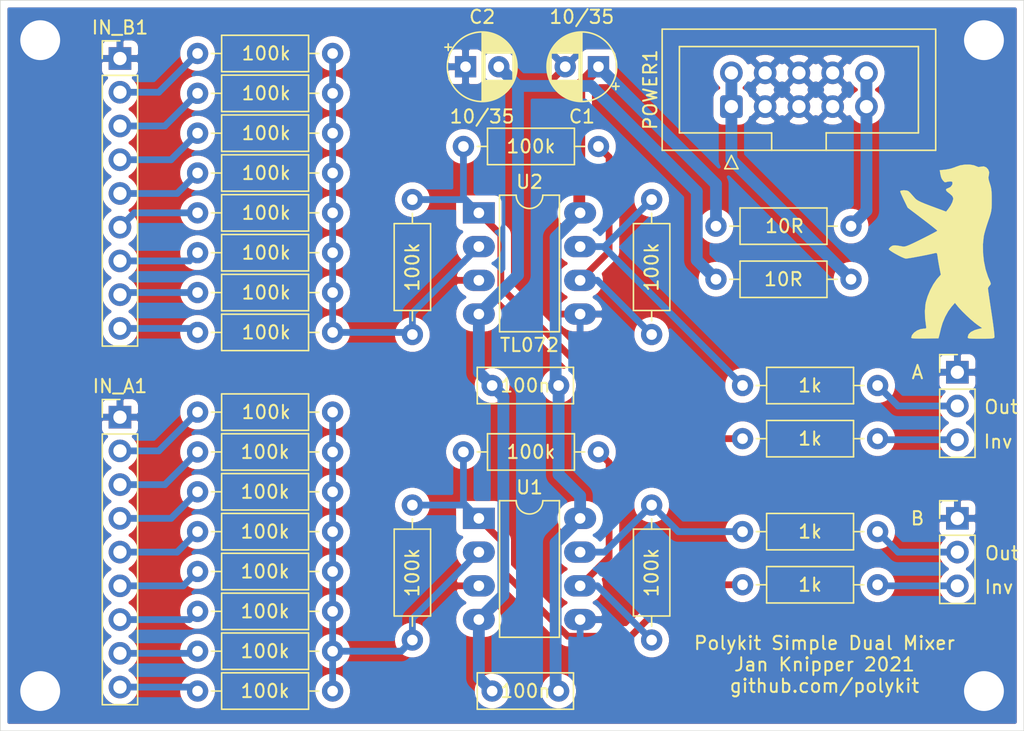
<source format=kicad_pcb>
(kicad_pcb (version 20171130) (host pcbnew 5.1.8-db9833491~88~ubuntu16.04.1)
  (layers (0 F.Cu signal) (31 B.Cu signal) (34 B.Paste user) (35 F.Paste user) (36 B.SilkS user) (37 F.SilkS user) (38 B.Mask user) (39 F.Mask user) (44 Edge.Cuts user))
  (net 0 "")
  (net 1 GND)
  (net 2 "Net-(R1-Pad1)")
  (net 3 "Net-(R10-Pad1)")
  (net 4 "Net-(R19-Pad1)")
  (net 5 "Net-(R20-Pad1)")
  (net 6 "Net-(R21-Pad1)")
  (net 7 "Net-(R22-Pad1)")
  (net 8 +12V)
  (net 9 "Net-(FB1-Pad1)")
  (net 10 -12V)
  (net 11 "Net-(FB2-Pad1)")
  (net 12 INVERTED2)
  (net 13 INVERTED1)
  (net 14 "Net-(IN_A1-Pad9)")
  (net 15 "Net-(IN_A1-Pad8)")
  (net 16 "Net-(IN_A1-Pad7)")
  (net 17 "Net-(IN_A1-Pad6)")
  (net 18 "Net-(IN_A1-Pad5)")
  (net 19 "Net-(IN_A1-Pad4)")
  (net 20 "Net-(IN_A1-Pad3)")
  (net 21 "Net-(IN_A1-Pad2)")
  (net 22 "Net-(IN_B1-Pad9)")
  (net 23 "Net-(IN_B1-Pad8)")
  (net 24 "Net-(IN_B1-Pad7)")
  (net 25 "Net-(IN_B1-Pad6)")
  (net 26 "Net-(IN_B1-Pad5)")
  (net 27 "Net-(IN_B1-Pad4)")
  (net 28 "Net-(IN_B1-Pad3)")
  (net 29 "Net-(IN_B1-Pad2)")
  (net 30 "Net-(OUT_A1-Pad3)")
  (net 31 "Net-(OUT_A1-Pad2)")
  (net 32 "Net-(OUT_B1-Pad3)")
  (net 33 "Net-(OUT_B1-Pad2)")
  (module synth:bär (layer F.Cu) (at 154 74)
    (fp_text reference G*** hide)
    (fp_text value LOGO hide)
  )
  (module Package_DIP:DIP-8_W7.62mm_LongPads (layer F.Cu) (at 119 71)
    (fp_text reference U2 (at 3.81 -2.33) (layer F.SilkS))
    (fp_text value TL072 (at 3.81 9.95) (layer F.SilkS))
    (pad 8 thru_hole oval (at 7.62 0) (size 2.4 1.6) (drill 0.8) (layers *.Cu *.Mask) (net 8 +12V))
    (pad 4 thru_hole oval (at 0 7.62) (size 2.4 1.6) (drill 0.8) (layers *.Cu *.Mask) (net 10 -12V))
    (pad 7 thru_hole oval (at 7.62 2.54) (size 2.4 1.6) (drill 0.8) (layers *.Cu *.Mask) (net 6 "Net-(R21-Pad1)"))
    (pad 3 thru_hole oval (at 0 5.08) (size 2.4 1.6) (drill 0.8) (layers *.Cu *.Mask) (net 1 GND))
    (pad 6 thru_hole oval (at 7.62 5.08) (size 2.4 1.6) (drill 0.8) (layers *.Cu *.Mask) (net 4 "Net-(R19-Pad1)"))
    (pad 2 thru_hole oval (at 0 2.54) (size 2.4 1.6) (drill 0.8) (layers *.Cu *.Mask) (net 2 "Net-(R1-Pad1)"))
    (pad 5 thru_hole oval (at 7.62 7.62) (size 2.4 1.6) (drill 0.8) (layers *.Cu *.Mask) (net 1 GND))
    (pad 1 thru_hole rect (at 0 0) (size 2.4 1.6) (drill 0.8) (layers *.Cu *.Mask) (net 12 INVERTED2))
  )
  (module Capacitor_THT:C_Rect_L7.0mm_W2.5mm_P5.00mm (layer F.Cu) (at 125 84 180)
    (fp_text reference C4 hide)
    (fp_text value 100n (at 2.5 0) (layer F.SilkS))
    (pad 2 thru_hole circle (at 5 0 180) (size 1.6 1.6) (drill 0.8) (layers *.Cu *.Mask) (net 10 -12V))
    (pad 1 thru_hole circle (at 0 0 180) (size 1.6 1.6) (drill 0.8) (layers *.Cu *.Mask) (net 8 +12V))
  )
  (module Capacitor_THT:C_Rect_L7.0mm_W2.5mm_P5.00mm (layer F.Cu) (at 125 107 180)
    (fp_text reference C3 hide)
    (fp_text value 100n (at 2.5 0) (layer F.SilkS))
    (pad 2 thru_hole circle (at 5 0 180) (size 1.6 1.6) (drill 0.8) (layers *.Cu *.Mask) (net 10 -12V))
    (pad 1 thru_hole circle (at 0 0 180) (size 1.6 1.6) (drill 0.8) (layers *.Cu *.Mask) (net 8 +12V))
  )
  (module Capacitor_THT:CP_Radial_D5.0mm_P2.50mm (layer F.Cu) (at 118 60)
    (fp_text reference C2 (at 1.25 -3.75) (layer F.SilkS))
    (fp_text value 10/35 (at 1.25 3.75) (layer F.SilkS))
    (pad 2 thru_hole circle (at 2.5 0) (size 1.6 1.6) (drill 0.8) (layers *.Cu *.Mask) (net 10 -12V))
    (pad 1 thru_hole rect (at 0 0) (size 1.6 1.6) (drill 0.8) (layers *.Cu *.Mask) (net 1 GND))
  )
  (module Capacitor_THT:CP_Radial_D5.0mm_P2.50mm (layer F.Cu) (at 128 60 180)
    (fp_text reference C1 (at 1.25 -3.75) (layer F.SilkS))
    (fp_text value 10/35 (at 1.25 3.75) (layer F.SilkS))
    (pad 2 thru_hole circle (at 2.5 0 180) (size 1.6 1.6) (drill 0.8) (layers *.Cu *.Mask) (net 1 GND))
    (pad 1 thru_hole rect (at 0 0 180) (size 1.6 1.6) (drill 0.8) (layers *.Cu *.Mask) (net 8 +12V))
  )
  (module Resistor_THT:R_Axial_DIN0207_L6.3mm_D2.5mm_P10.16mm_Horizontal (layer F.Cu) (at 147 76 180)
    (fp_text reference FB2 hide)
    (fp_text value 10R (at 5.08 0) (layer F.SilkS))
    (pad 2 thru_hole oval (at 10.16 0 180) (size 1.6 1.6) (drill 0.8) (layers *.Cu *.Mask) (net 10 -12V))
    (pad 1 thru_hole circle (at 0 0 180) (size 1.6 1.6) (drill 0.8) (layers *.Cu *.Mask) (net 11 "Net-(FB2-Pad1)"))
  )
  (module Resistor_THT:R_Axial_DIN0207_L6.3mm_D2.5mm_P10.16mm_Horizontal (layer F.Cu) (at 147 72 180)
    (fp_text reference FB1 hide)
    (fp_text value 10R (at 5 0) (layer F.SilkS))
    (pad 2 thru_hole oval (at 10.16 0 180) (size 1.6 1.6) (drill 0.8) (layers *.Cu *.Mask) (net 8 +12V))
    (pad 1 thru_hole circle (at 0 0 180) (size 1.6 1.6) (drill 0.8) (layers *.Cu *.Mask) (net 9 "Net-(FB1-Pad1)"))
  )
  (module Connector_PinHeader_2.54mm:PinHeader_1x03_P2.54mm_Vertical (layer F.Cu) (at 155 94)
    (fp_text reference OUT_A1 hide)
    (fp_text value Conn_01x03 hide)
    (pad 3 thru_hole oval (at 0 5.08) (size 1.7 1.7) (drill 1) (layers *.Cu *.Mask) (net 30 "Net-(OUT_A1-Pad3)"))
    (pad 2 thru_hole oval (at 0 2.54) (size 1.7 1.7) (drill 1) (layers *.Cu *.Mask) (net 31 "Net-(OUT_A1-Pad2)"))
    (pad 1 thru_hole rect (at 0 0) (size 1.7 1.7) (drill 1) (layers *.Cu *.Mask) (net 1 GND))
  )
  (module Connector_PinHeader_2.54mm:PinHeader_1x03_P2.54mm_Vertical (layer F.Cu) (at 155 83)
    (fp_text reference OUT_B1 hide)
    (fp_text value Conn_01x03 hide)
    (pad 3 thru_hole oval (at 0 5.08) (size 1.7 1.7) (drill 1) (layers *.Cu *.Mask) (net 32 "Net-(OUT_B1-Pad3)"))
    (pad 2 thru_hole oval (at 0 2.54) (size 1.7 1.7) (drill 1) (layers *.Cu *.Mask) (net 33 "Net-(OUT_B1-Pad2)"))
    (pad 1 thru_hole rect (at 0 0) (size 1.7 1.7) (drill 1) (layers *.Cu *.Mask) (net 1 GND))
  )
  (module Connector_PinHeader_2.54mm:PinHeader_1x09_P2.54mm_Vertical (layer F.Cu) (at 92 86.38)
    (fp_text reference IN_A1 (at 0 -2.33) (layer F.SilkS))
    (fp_text value Conn_01x09 hide)
    (pad 9 thru_hole oval (at 0 20.32) (size 1.7 1.7) (drill 1) (layers *.Cu *.Mask) (net 14 "Net-(IN_A1-Pad9)"))
    (pad 8 thru_hole oval (at 0 17.78) (size 1.7 1.7) (drill 1) (layers *.Cu *.Mask) (net 15 "Net-(IN_A1-Pad8)"))
    (pad 7 thru_hole oval (at 0 15.24) (size 1.7 1.7) (drill 1) (layers *.Cu *.Mask) (net 16 "Net-(IN_A1-Pad7)"))
    (pad 6 thru_hole oval (at 0 12.7) (size 1.7 1.7) (drill 1) (layers *.Cu *.Mask) (net 17 "Net-(IN_A1-Pad6)"))
    (pad 5 thru_hole oval (at 0 10.16) (size 1.7 1.7) (drill 1) (layers *.Cu *.Mask) (net 18 "Net-(IN_A1-Pad5)"))
    (pad 4 thru_hole oval (at 0 7.62) (size 1.7 1.7) (drill 1) (layers *.Cu *.Mask) (net 19 "Net-(IN_A1-Pad4)"))
    (pad 3 thru_hole oval (at 0 5.08) (size 1.7 1.7) (drill 1) (layers *.Cu *.Mask) (net 20 "Net-(IN_A1-Pad3)"))
    (pad 2 thru_hole oval (at 0 2.54) (size 1.7 1.7) (drill 1) (layers *.Cu *.Mask) (net 21 "Net-(IN_A1-Pad2)"))
    (pad 1 thru_hole rect (at 0 0) (size 1.7 1.7) (drill 1) (layers *.Cu *.Mask) (net 1 GND))
  )
  (module Connector_PinHeader_2.54mm:PinHeader_1x09_P2.54mm_Vertical (layer F.Cu) (at 92 59.38)
    (fp_text reference IN_B1 (at 0 -2.33) (layer F.SilkS))
    (fp_text value Conn_01x09 hide)
    (pad 9 thru_hole oval (at 0 20.32) (size 1.7 1.7) (drill 1) (layers *.Cu *.Mask) (net 22 "Net-(IN_B1-Pad9)"))
    (pad 8 thru_hole oval (at 0 17.78) (size 1.7 1.7) (drill 1) (layers *.Cu *.Mask) (net 23 "Net-(IN_B1-Pad8)"))
    (pad 7 thru_hole oval (at 0 15.24) (size 1.7 1.7) (drill 1) (layers *.Cu *.Mask) (net 24 "Net-(IN_B1-Pad7)"))
    (pad 6 thru_hole oval (at 0 12.7) (size 1.7 1.7) (drill 1) (layers *.Cu *.Mask) (net 25 "Net-(IN_B1-Pad6)"))
    (pad 5 thru_hole oval (at 0 10.16) (size 1.7 1.7) (drill 1) (layers *.Cu *.Mask) (net 26 "Net-(IN_B1-Pad5)"))
    (pad 4 thru_hole oval (at 0 7.62) (size 1.7 1.7) (drill 1) (layers *.Cu *.Mask) (net 27 "Net-(IN_B1-Pad4)"))
    (pad 3 thru_hole oval (at 0 5.08) (size 1.7 1.7) (drill 1) (layers *.Cu *.Mask) (net 28 "Net-(IN_B1-Pad3)"))
    (pad 2 thru_hole oval (at 0 2.54) (size 1.7 1.7) (drill 1) (layers *.Cu *.Mask) (net 29 "Net-(IN_B1-Pad2)"))
    (pad 1 thru_hole rect (at 0 0) (size 1.7 1.7) (drill 1) (layers *.Cu *.Mask) (net 1 GND))
  )
  (module Package_DIP:DIP-8_W7.62mm_LongPads (layer F.Cu) (at 119 94)
    (fp_text reference U1 (at 3.81 -2.33) (layer F.SilkS))
    (fp_text value TL072)
    (pad 8 thru_hole oval (at 7.62 0) (size 2.4 1.6) (drill 0.8) (layers *.Cu *.Mask) (net 8 +12V))
    (pad 4 thru_hole oval (at 0 7.62) (size 2.4 1.6) (drill 0.8) (layers *.Cu *.Mask) (net 10 -12V))
    (pad 7 thru_hole oval (at 7.62 2.54) (size 2.4 1.6) (drill 0.8) (layers *.Cu *.Mask) (net 7 "Net-(R22-Pad1)"))
    (pad 3 thru_hole oval (at 0 5.08) (size 2.4 1.6) (drill 0.8) (layers *.Cu *.Mask) (net 1 GND))
    (pad 6 thru_hole oval (at 7.62 5.08) (size 2.4 1.6) (drill 0.8) (layers *.Cu *.Mask) (net 5 "Net-(R20-Pad1)"))
    (pad 2 thru_hole oval (at 0 2.54) (size 2.4 1.6) (drill 0.8) (layers *.Cu *.Mask) (net 3 "Net-(R10-Pad1)"))
    (pad 5 thru_hole oval (at 7.62 7.62) (size 2.4 1.6) (drill 0.8) (layers *.Cu *.Mask) (net 1 GND))
    (pad 1 thru_hole rect (at 0 0) (size 2.4 1.6) (drill 0.8) (layers *.Cu *.Mask) (net 13 INVERTED1))
  )
  (module Resistor_THT:R_Axial_DIN0207_L6.3mm_D2.5mm_P10.16mm_Horizontal (layer F.Cu) (at 149 99 180)
    (fp_text reference R26 hide)
    (fp_text value 1k (at 5.08 0) (layer F.SilkS))
    (pad 2 thru_hole oval (at 10.16 0 180) (size 1.6 1.6) (drill 0.8) (layers *.Cu *.Mask) (net 13 INVERTED1))
    (pad 1 thru_hole circle (at 0 0 180) (size 1.6 1.6) (drill 0.8) (layers *.Cu *.Mask) (net 30 "Net-(OUT_A1-Pad3)"))
  )
  (module Resistor_THT:R_Axial_DIN0207_L6.3mm_D2.5mm_P10.16mm_Horizontal (layer F.Cu) (at 149 95 180)
    (fp_text reference R25 hide)
    (fp_text value 1k (at 5.08 0) (layer F.SilkS))
    (pad 2 thru_hole oval (at 10.16 0 180) (size 1.6 1.6) (drill 0.8) (layers *.Cu *.Mask) (net 7 "Net-(R22-Pad1)"))
    (pad 1 thru_hole circle (at 0 0 180) (size 1.6 1.6) (drill 0.8) (layers *.Cu *.Mask) (net 31 "Net-(OUT_A1-Pad2)"))
  )
  (module Resistor_THT:R_Axial_DIN0207_L6.3mm_D2.5mm_P10.16mm_Horizontal (layer F.Cu) (at 149 88 180)
    (fp_text reference R24 hide)
    (fp_text value 1k (at 5.08 0) (layer F.SilkS))
    (pad 2 thru_hole oval (at 10.16 0 180) (size 1.6 1.6) (drill 0.8) (layers *.Cu *.Mask) (net 12 INVERTED2))
    (pad 1 thru_hole circle (at 0 0 180) (size 1.6 1.6) (drill 0.8) (layers *.Cu *.Mask) (net 32 "Net-(OUT_B1-Pad3)"))
  )
  (module Resistor_THT:R_Axial_DIN0207_L6.3mm_D2.5mm_P10.16mm_Horizontal (layer F.Cu) (at 149 84 180)
    (fp_text reference R23 hide)
    (fp_text value 1k (at 5.08 0) (layer F.SilkS))
    (pad 2 thru_hole oval (at 10.16 0 180) (size 1.6 1.6) (drill 0.8) (layers *.Cu *.Mask) (net 6 "Net-(R21-Pad1)"))
    (pad 1 thru_hole circle (at 0 0 180) (size 1.6 1.6) (drill 0.8) (layers *.Cu *.Mask) (net 33 "Net-(OUT_B1-Pad2)"))
  )
  (module Resistor_THT:R_Axial_DIN0207_L6.3mm_D2.5mm_P10.16mm_Horizontal (layer F.Cu) (at 132 93 270)
    (fp_text reference R22 hide)
    (fp_text value 100k (at 5.08 0 90) (layer F.SilkS))
    (pad 2 thru_hole oval (at 10.16 0 270) (size 1.6 1.6) (drill 0.8) (layers *.Cu *.Mask) (net 5 "Net-(R20-Pad1)"))
    (pad 1 thru_hole circle (at 0 0 270) (size 1.6 1.6) (drill 0.8) (layers *.Cu *.Mask) (net 7 "Net-(R22-Pad1)"))
  )
  (module Resistor_THT:R_Axial_DIN0207_L6.3mm_D2.5mm_P10.16mm_Horizontal (layer F.Cu) (at 132 70 270)
    (fp_text reference R21 hide)
    (fp_text value 100k (at 5.08 0 90) (layer F.SilkS))
    (pad 2 thru_hole oval (at 10.16 0 270) (size 1.6 1.6) (drill 0.8) (layers *.Cu *.Mask) (net 4 "Net-(R19-Pad1)"))
    (pad 1 thru_hole circle (at 0 0 270) (size 1.6 1.6) (drill 0.8) (layers *.Cu *.Mask) (net 6 "Net-(R21-Pad1)"))
  )
  (module Resistor_THT:R_Axial_DIN0207_L6.3mm_D2.5mm_P10.16mm_Horizontal (layer F.Cu) (at 128 89 180)
    (fp_text reference R20 hide)
    (fp_text value 100k (at 5.08 0) (layer F.SilkS))
    (pad 2 thru_hole oval (at 10.16 0 180) (size 1.6 1.6) (drill 0.8) (layers *.Cu *.Mask) (net 13 INVERTED1))
    (pad 1 thru_hole circle (at 0 0 180) (size 1.6 1.6) (drill 0.8) (layers *.Cu *.Mask) (net 5 "Net-(R20-Pad1)"))
  )
  (module Resistor_THT:R_Axial_DIN0207_L6.3mm_D2.5mm_P10.16mm_Horizontal (layer F.Cu) (at 128 66 180)
    (fp_text reference R19 hide)
    (fp_text value 100k (at 5.08 0) (layer F.SilkS))
    (pad 2 thru_hole oval (at 10.16 0 180) (size 1.6 1.6) (drill 0.8) (layers *.Cu *.Mask) (net 12 INVERTED2))
    (pad 1 thru_hole circle (at 0 0 180) (size 1.6 1.6) (drill 0.8) (layers *.Cu *.Mask) (net 4 "Net-(R19-Pad1)"))
  )
  (module Resistor_THT:R_Axial_DIN0207_L6.3mm_D2.5mm_P10.16mm_Horizontal (layer F.Cu) (at 114 93 270)
    (fp_text reference R18 hide)
    (fp_text value 100k (at 5.08 0 90) (layer F.SilkS))
    (pad 2 thru_hole oval (at 10.16 0 270) (size 1.6 1.6) (drill 0.8) (layers *.Cu *.Mask) (net 3 "Net-(R10-Pad1)"))
    (pad 1 thru_hole circle (at 0 0 270) (size 1.6 1.6) (drill 0.8) (layers *.Cu *.Mask) (net 13 INVERTED1))
  )
  (module Resistor_THT:R_Axial_DIN0207_L6.3mm_D2.5mm_P10.16mm_Horizontal (layer F.Cu) (at 114 70 270)
    (fp_text reference R17 hide)
    (fp_text value 100k (at 5.08 0 90) (layer F.SilkS))
    (pad 2 thru_hole oval (at 10.16 0 270) (size 1.6 1.6) (drill 0.8) (layers *.Cu *.Mask) (net 2 "Net-(R1-Pad1)"))
    (pad 1 thru_hole circle (at 0 0 270) (size 1.6 1.6) (drill 0.8) (layers *.Cu *.Mask) (net 12 INVERTED2))
  )
  (module Resistor_THT:R_Axial_DIN0207_L6.3mm_D2.5mm_P10.16mm_Horizontal (layer F.Cu) (at 108 86 180)
    (fp_text reference R16 hide)
    (fp_text value 100k (at 5 0) (layer F.SilkS))
    (pad 2 thru_hole oval (at 10.16 0 180) (size 1.6 1.6) (drill 0.8) (layers *.Cu *.Mask) (net 21 "Net-(IN_A1-Pad2)"))
    (pad 1 thru_hole circle (at 0 0 180) (size 1.6 1.6) (drill 0.8) (layers *.Cu *.Mask) (net 3 "Net-(R10-Pad1)"))
  )
  (module Resistor_THT:R_Axial_DIN0207_L6.3mm_D2.5mm_P10.16mm_Horizontal (layer F.Cu) (at 108 89 180)
    (fp_text reference R15 hide)
    (fp_text value 100k (at 5.08 0) (layer F.SilkS))
    (pad 2 thru_hole oval (at 10.16 0 180) (size 1.6 1.6) (drill 0.8) (layers *.Cu *.Mask) (net 20 "Net-(IN_A1-Pad3)"))
    (pad 1 thru_hole circle (at 0 0 180) (size 1.6 1.6) (drill 0.8) (layers *.Cu *.Mask) (net 3 "Net-(R10-Pad1)"))
  )
  (module Resistor_THT:R_Axial_DIN0207_L6.3mm_D2.5mm_P10.16mm_Horizontal (layer F.Cu) (at 108 92 180)
    (fp_text reference R14 hide)
    (fp_text value 100k (at 5.08 0) (layer F.SilkS))
    (pad 2 thru_hole oval (at 10.16 0 180) (size 1.6 1.6) (drill 0.8) (layers *.Cu *.Mask) (net 19 "Net-(IN_A1-Pad4)"))
    (pad 1 thru_hole circle (at 0 0 180) (size 1.6 1.6) (drill 0.8) (layers *.Cu *.Mask) (net 3 "Net-(R10-Pad1)"))
  )
  (module Resistor_THT:R_Axial_DIN0207_L6.3mm_D2.5mm_P10.16mm_Horizontal (layer F.Cu) (at 108 95 180)
    (fp_text reference R13 hide)
    (fp_text value 100k (at 5.08 0) (layer F.SilkS))
    (pad 2 thru_hole oval (at 10.16 0 180) (size 1.6 1.6) (drill 0.8) (layers *.Cu *.Mask) (net 18 "Net-(IN_A1-Pad5)"))
    (pad 1 thru_hole circle (at 0 0 180) (size 1.6 1.6) (drill 0.8) (layers *.Cu *.Mask) (net 3 "Net-(R10-Pad1)"))
  )
  (module Resistor_THT:R_Axial_DIN0207_L6.3mm_D2.5mm_P10.16mm_Horizontal (layer F.Cu) (at 108 98 180)
    (fp_text reference R12 hide)
    (fp_text value 100k (at 5.08 0) (layer F.SilkS))
    (pad 2 thru_hole oval (at 10.16 0 180) (size 1.6 1.6) (drill 0.8) (layers *.Cu *.Mask) (net 17 "Net-(IN_A1-Pad6)"))
    (pad 1 thru_hole circle (at 0 0 180) (size 1.6 1.6) (drill 0.8) (layers *.Cu *.Mask) (net 3 "Net-(R10-Pad1)"))
  )
  (module Resistor_THT:R_Axial_DIN0207_L6.3mm_D2.5mm_P10.16mm_Horizontal (layer F.Cu) (at 108 101 180)
    (fp_text reference R11 hide)
    (fp_text value 100k (at 5.08 0) (layer F.SilkS))
    (pad 2 thru_hole oval (at 10.16 0 180) (size 1.6 1.6) (drill 0.8) (layers *.Cu *.Mask) (net 16 "Net-(IN_A1-Pad7)"))
    (pad 1 thru_hole circle (at 0 0 180) (size 1.6 1.6) (drill 0.8) (layers *.Cu *.Mask) (net 3 "Net-(R10-Pad1)"))
  )
  (module Resistor_THT:R_Axial_DIN0207_L6.3mm_D2.5mm_P10.16mm_Horizontal (layer F.Cu) (at 108 104 180)
    (fp_text reference R10 hide)
    (fp_text value 100k (at 5.08 0) (layer F.SilkS))
    (pad 2 thru_hole oval (at 10.16 0 180) (size 1.6 1.6) (drill 0.8) (layers *.Cu *.Mask) (net 15 "Net-(IN_A1-Pad8)"))
    (pad 1 thru_hole circle (at 0 0 180) (size 1.6 1.6) (drill 0.8) (layers *.Cu *.Mask) (net 3 "Net-(R10-Pad1)"))
  )
  (module Resistor_THT:R_Axial_DIN0207_L6.3mm_D2.5mm_P10.16mm_Horizontal (layer F.Cu) (at 108 107 180)
    (fp_text reference R9 hide)
    (fp_text value 100k (at 5.08 0) (layer F.SilkS))
    (pad 2 thru_hole oval (at 10.16 0 180) (size 1.6 1.6) (drill 0.8) (layers *.Cu *.Mask) (net 14 "Net-(IN_A1-Pad9)"))
    (pad 1 thru_hole circle (at 0 0 180) (size 1.6 1.6) (drill 0.8) (layers *.Cu *.Mask) (net 3 "Net-(R10-Pad1)"))
  )
  (module Resistor_THT:R_Axial_DIN0207_L6.3mm_D2.5mm_P10.16mm_Horizontal (layer F.Cu) (at 108 59 180)
    (fp_text reference R8 hide)
    (fp_text value 100k (at 5 0) (layer F.SilkS))
    (pad 2 thru_hole oval (at 10.16 0 180) (size 1.6 1.6) (drill 0.8) (layers *.Cu *.Mask) (net 29 "Net-(IN_B1-Pad2)"))
    (pad 1 thru_hole circle (at 0 0 180) (size 1.6 1.6) (drill 0.8) (layers *.Cu *.Mask) (net 2 "Net-(R1-Pad1)"))
  )
  (module Resistor_THT:R_Axial_DIN0207_L6.3mm_D2.5mm_P10.16mm_Horizontal (layer F.Cu) (at 108 62 180)
    (fp_text reference R7 hide)
    (fp_text value 100k (at 5 0) (layer F.SilkS))
    (pad 2 thru_hole oval (at 10.16 0 180) (size 1.6 1.6) (drill 0.8) (layers *.Cu *.Mask) (net 28 "Net-(IN_B1-Pad3)"))
    (pad 1 thru_hole circle (at 0 0 180) (size 1.6 1.6) (drill 0.8) (layers *.Cu *.Mask) (net 2 "Net-(R1-Pad1)"))
  )
  (module Resistor_THT:R_Axial_DIN0207_L6.3mm_D2.5mm_P10.16mm_Horizontal (layer F.Cu) (at 108 65 180)
    (fp_text reference R6 hide)
    (fp_text value 100k (at 5 0) (layer F.SilkS))
    (pad 2 thru_hole oval (at 10.16 0 180) (size 1.6 1.6) (drill 0.8) (layers *.Cu *.Mask) (net 27 "Net-(IN_B1-Pad4)"))
    (pad 1 thru_hole circle (at 0 0 180) (size 1.6 1.6) (drill 0.8) (layers *.Cu *.Mask) (net 2 "Net-(R1-Pad1)"))
  )
  (module Resistor_THT:R_Axial_DIN0207_L6.3mm_D2.5mm_P10.16mm_Horizontal (layer F.Cu) (at 108 68 180)
    (fp_text reference R5 hide)
    (fp_text value 100k (at 5 0) (layer F.SilkS))
    (pad 2 thru_hole oval (at 10.16 0 180) (size 1.6 1.6) (drill 0.8) (layers *.Cu *.Mask) (net 26 "Net-(IN_B1-Pad5)"))
    (pad 1 thru_hole circle (at 0 0 180) (size 1.6 1.6) (drill 0.8) (layers *.Cu *.Mask) (net 2 "Net-(R1-Pad1)"))
  )
  (module Resistor_THT:R_Axial_DIN0207_L6.3mm_D2.5mm_P10.16mm_Horizontal (layer F.Cu) (at 108 71 180)
    (fp_text reference R4 hide)
    (fp_text value 100k (at 5 0) (layer F.SilkS))
    (pad 2 thru_hole oval (at 10.16 0 180) (size 1.6 1.6) (drill 0.8) (layers *.Cu *.Mask) (net 25 "Net-(IN_B1-Pad6)"))
    (pad 1 thru_hole circle (at 0 0 180) (size 1.6 1.6) (drill 0.8) (layers *.Cu *.Mask) (net 2 "Net-(R1-Pad1)"))
  )
  (module Resistor_THT:R_Axial_DIN0207_L6.3mm_D2.5mm_P10.16mm_Horizontal (layer F.Cu) (at 108 74 180)
    (fp_text reference R3 hide)
    (fp_text value 100k (at 5 0) (layer F.SilkS))
    (pad 2 thru_hole oval (at 10.16 0 180) (size 1.6 1.6) (drill 0.8) (layers *.Cu *.Mask) (net 24 "Net-(IN_B1-Pad7)"))
    (pad 1 thru_hole circle (at 0 0 180) (size 1.6 1.6) (drill 0.8) (layers *.Cu *.Mask) (net 2 "Net-(R1-Pad1)"))
  )
  (module Resistor_THT:R_Axial_DIN0207_L6.3mm_D2.5mm_P10.16mm_Horizontal (layer F.Cu) (at 108 77 180)
    (fp_text reference R2 hide)
    (fp_text value 100k (at 5 0) (layer F.SilkS))
    (pad 2 thru_hole oval (at 10.16 0 180) (size 1.6 1.6) (drill 0.8) (layers *.Cu *.Mask) (net 23 "Net-(IN_B1-Pad8)"))
    (pad 1 thru_hole circle (at 0 0 180) (size 1.6 1.6) (drill 0.8) (layers *.Cu *.Mask) (net 2 "Net-(R1-Pad1)"))
  )
  (module Resistor_THT:R_Axial_DIN0207_L6.3mm_D2.5mm_P10.16mm_Horizontal (layer F.Cu) (at 108 80 180)
    (fp_text reference R1 hide)
    (fp_text value 100k (at 5 0) (layer F.SilkS))
    (pad 2 thru_hole oval (at 10.16 0 180) (size 1.6 1.6) (drill 0.8) (layers *.Cu *.Mask) (net 22 "Net-(IN_B1-Pad9)"))
    (pad 1 thru_hole circle (at 0 0 180) (size 1.6 1.6) (drill 0.8) (layers *.Cu *.Mask) (net 2 "Net-(R1-Pad1)"))
  )
  (module Connector_IDC:IDC-Header_2x05_P2.54mm_Vertical (layer F.Cu) (at 138 63 90)
    (fp_text reference POWER1 (at 1.27 -6.1 90) (layer F.SilkS))
    (fp_text value Conn_02x05_Odd_Even hide)
    (pad 10 thru_hole circle (at 2.54 10.16 90) (size 1.7 1.7) (drill 1) (layers *.Cu *.Mask) (net 9 "Net-(FB1-Pad1)"))
    (pad 8 thru_hole circle (at 2.54 7.62 90) (size 1.7 1.7) (drill 1) (layers *.Cu *.Mask) (net 1 GND))
    (pad 6 thru_hole circle (at 2.54 5.08 90) (size 1.7 1.7) (drill 1) (layers *.Cu *.Mask) (net 1 GND))
    (pad 4 thru_hole circle (at 2.54 2.54 90) (size 1.7 1.7) (drill 1) (layers *.Cu *.Mask) (net 1 GND))
    (pad 2 thru_hole circle (at 2.54 0 90) (size 1.7 1.7) (drill 1) (layers *.Cu *.Mask) (net 11 "Net-(FB2-Pad1)"))
    (pad 9 thru_hole circle (at 0 10.16 90) (size 1.7 1.7) (drill 1) (layers *.Cu *.Mask) (net 9 "Net-(FB1-Pad1)"))
    (pad 7 thru_hole circle (at 0 7.62 90) (size 1.7 1.7) (drill 1) (layers *.Cu *.Mask) (net 1 GND))
    (pad 5 thru_hole circle (at 0 5.08 90) (size 1.7 1.7) (drill 1) (layers *.Cu *.Mask) (net 1 GND))
    (pad 3 thru_hole circle (at 0 2.54 90) (size 1.7 1.7) (drill 1) (layers *.Cu *.Mask) (net 1 GND))
    (pad 1 thru_hole roundrect (at 0 0 90) (size 1.7 1.7) (drill 1) (layers *.Cu *.Mask) (roundrect_rratio 0.1470588235294118) (net 11 "Net-(FB2-Pad1)"))
  )
  (gr_text B (at 152 94) (layer F.SilkS) (effects (font (size 1 1))))
  (gr_text A (at 152 83) (layer F.SilkS) (effects (font (size 1 1))))
  (gr_text Out (at 158.298013 85.620291) (layer F.SilkS) (effects (font (size 1 1))))
  (gr_text Out (at 158.345416 96.63117) (layer F.SilkS) (effects (font (size 1 1))))
  (gr_text Inv (at 158.126053 99.17781) (layer F.SilkS) (effects (font (size 1 1))))
  (gr_text Inv (at 158.061807 88.223976) (layer F.SilkS) (effects (font (size 1 1))))
  (gr_text "Polykit Simple Dual Mixer\nJan Knipper 2021\ngithub.com/polykit" (at 145 105) (layer F.SilkS) (effects (font (size 1 1))))
  (gr_line (start 160 110) (end 83 110) (layer Edge.Cuts) (width 0.05))
  (gr_line (start 160 55) (end 160 110) (layer Edge.Cuts) (width 0.05))
  (gr_line (start 83 55) (end 160 55) (layer Edge.Cuts) (width 0.05))
  (gr_line (start 83 55) (end 83 110) (layer Edge.Cuts) (width 0.05))
  (via (at 157 58) (size 4) (drill 3) (layers F.Cu B.Cu) (net 1))
  (via (at 157 107) (size 4) (drill 3) (layers F.Cu B.Cu) (net 1))
  (via (at 86 107) (size 4) (drill 3) (layers F.Cu B.Cu) (net 1))
  (via (at 86 58) (size 4) (drill 3) (layers F.Cu B.Cu) (net 1))
  (segment (start 97.54 79.7) (end 97.84 80) (width 0.508) (layer B.Cu) (net 22))
  (segment (start 92 79.7) (end 97.54 79.7) (width 0.508) (layer B.Cu) (net 22))
  (segment (start 92.16 77) (end 92 77.16) (width 0.508) (layer B.Cu) (net 23))
  (segment (start 97.84 77) (end 92.16 77) (width 0.508) (layer B.Cu) (net 23))
  (segment (start 97.22 74.62) (end 97.84 74) (width 0.508) (layer B.Cu) (net 24))
  (segment (start 92 74.62) (end 97.22 74.62) (width 0.508) (layer B.Cu) (net 24))
  (segment (start 93.08 71) (end 92 72.08) (width 0.508) (layer B.Cu) (net 25))
  (segment (start 97.84 71) (end 93.08 71) (width 0.508) (layer B.Cu) (net 25))
  (segment (start 96.3 69.54) (end 97.84 68) (width 0.508) (layer B.Cu) (net 26))
  (segment (start 92 69.54) (end 96.3 69.54) (width 0.508) (layer B.Cu) (net 26))
  (segment (start 95.84 67) (end 92 67) (width 0.508) (layer B.Cu) (net 27))
  (segment (start 97.84 65) (end 95.84 67) (width 0.508) (layer B.Cu) (net 27))
  (segment (start 95.38 64.46) (end 92 64.46) (width 0.508) (layer B.Cu) (net 28))
  (segment (start 97.84 62) (end 95.38 64.46) (width 0.508) (layer B.Cu) (net 28))
  (segment (start 94.92 61.92) (end 97.84 59) (width 0.508) (layer B.Cu) (net 29))
  (segment (start 92 61.92) (end 94.92 61.92) (width 0.508) (layer B.Cu) (net 29))
  (segment (start 97.54 106.7) (end 97.84 107) (width 0.508) (layer B.Cu) (net 14))
  (segment (start 92 106.7) (end 97.54 106.7) (width 0.508) (layer B.Cu) (net 14))
  (segment (start 97.68 104.16) (end 97.84 104) (width 0.508) (layer B.Cu) (net 15))
  (segment (start 92 104.16) (end 97.68 104.16) (width 0.508) (layer B.Cu) (net 15))
  (segment (start 97.22 101.62) (end 97.84 101) (width 0.508) (layer B.Cu) (net 16))
  (segment (start 92 101.62) (end 97.22 101.62) (width 0.508) (layer B.Cu) (net 16))
  (segment (start 96.76 99.08) (end 97.84 98) (width 0.508) (layer B.Cu) (net 17))
  (segment (start 92 99.08) (end 96.76 99.08) (width 0.508) (layer B.Cu) (net 17))
  (segment (start 96.3 96.54) (end 97.84 95) (width 0.508) (layer B.Cu) (net 18))
  (segment (start 92 96.54) (end 96.3 96.54) (width 0.508) (layer B.Cu) (net 18))
  (segment (start 95.84 94) (end 97.84 92) (width 0.508) (layer B.Cu) (net 19))
  (segment (start 92 94) (end 95.84 94) (width 0.508) (layer B.Cu) (net 19))
  (segment (start 95.38 91.46) (end 97.84 89) (width 0.508) (layer B.Cu) (net 20))
  (segment (start 92 91.46) (end 95.38 91.46) (width 0.508) (layer B.Cu) (net 20))
  (segment (start 94.92 88.92) (end 97.84 86) (width 0.508) (layer B.Cu) (net 21))
  (segment (start 92 88.92) (end 94.92 88.92) (width 0.508) (layer B.Cu) (net 21))
  (segment (start 149.08 88.08) (end 149 88) (width 0.508) (layer B.Cu) (net 32))
  (segment (start 155 88.08) (end 149.08 88.08) (width 0.508) (layer B.Cu) (net 32))
  (segment (start 150.54 85.54) (end 149 84) (width 0.508) (layer B.Cu) (net 33))
  (segment (start 155 85.54) (end 150.54 85.54) (width 0.508) (layer B.Cu) (net 33))
  (segment (start 149.08 99.08) (end 149 99) (width 0.508) (layer B.Cu) (net 30))
  (segment (start 155 99.08) (end 149.08 99.08) (width 0.508) (layer B.Cu) (net 30))
  (segment (start 150.54 96.54) (end 149 95) (width 0.508) (layer B.Cu) (net 31))
  (segment (start 155 96.54) (end 150.54 96.54) (width 0.508) (layer B.Cu) (net 31))
  (segment (start 108 59) (end 108 62) (width 0.508) (layer B.Cu) (net 2))
  (segment (start 108 62) (end 108 65) (width 0.508) (layer B.Cu) (net 2))
  (segment (start 108 65) (end 108 68) (width 0.508) (layer B.Cu) (net 2))
  (segment (start 108 68) (end 108 71) (width 0.508) (layer B.Cu) (net 2))
  (segment (start 108 71) (end 108 74) (width 0.508) (layer B.Cu) (net 2))
  (segment (start 108 74) (end 108 77) (width 0.508) (layer B.Cu) (net 2))
  (segment (start 108 77) (end 108 80) (width 0.508) (layer B.Cu) (net 2))
  (segment (start 113.84 80) (end 114 80.16) (width 0.508) (layer B.Cu) (net 2))
  (segment (start 108 80) (end 113.84 80) (width 0.508) (layer B.Cu) (net 2))
  (segment (start 114 78.54) (end 119 73.54) (width 0.508) (layer B.Cu) (net 2))
  (segment (start 114 80.16) (end 114 78.54) (width 0.508) (layer B.Cu) (net 2))
  (segment (start 108 86) (end 108 89) (width 0.508) (layer B.Cu) (net 3))
  (segment (start 108 89) (end 108 92) (width 0.508) (layer B.Cu) (net 3))
  (segment (start 108 92) (end 108 95) (width 0.508) (layer B.Cu) (net 3))
  (segment (start 108 95) (end 108 98) (width 0.508) (layer B.Cu) (net 3))
  (segment (start 108 98) (end 108 101) (width 0.508) (layer B.Cu) (net 3))
  (segment (start 108 101) (end 108 104) (width 0.508) (layer B.Cu) (net 3))
  (segment (start 108 104) (end 108 107) (width 0.508) (layer B.Cu) (net 3))
  (segment (start 113.16 104) (end 114 103.16) (width 0.508) (layer B.Cu) (net 3))
  (segment (start 108 104) (end 113.16 104) (width 0.508) (layer B.Cu) (net 3))
  (segment (start 114 101.54) (end 114 103.16) (width 0.508) (layer B.Cu) (net 3))
  (segment (start 119 96.54) (end 114 101.54) (width 0.508) (layer B.Cu) (net 3))
  (segment (start 127.92 76.08) (end 132 80.16) (width 0.508) (layer B.Cu) (net 4))
  (segment (start 126.62 76.08) (end 127.92 76.08) (width 0.508) (layer B.Cu) (net 4))
  (segment (start 128.799999 73.900001) (end 126.62 76.08) (width 0.508) (layer F.Cu) (net 4))
  (segment (start 128.799999 66.799999) (end 128.799999 73.900001) (width 0.508) (layer F.Cu) (net 4))
  (segment (start 128 66) (end 128.799999 66.799999) (width 0.508) (layer F.Cu) (net 4))
  (segment (start 127.92 99.08) (end 132 103.16) (width 0.508) (layer B.Cu) (net 5))
  (segment (start 126.62 99.08) (end 127.92 99.08) (width 0.508) (layer B.Cu) (net 5))
  (segment (start 128.799999 96.900001) (end 126.62 99.08) (width 0.508) (layer F.Cu) (net 5))
  (segment (start 128.799999 89.799999) (end 128.799999 96.900001) (width 0.508) (layer F.Cu) (net 5))
  (segment (start 128 89) (end 128.799999 89.799999) (width 0.508) (layer F.Cu) (net 5))
  (segment (start 128.46 73.54) (end 132 70) (width 0.508) (layer B.Cu) (net 6))
  (segment (start 126.62 73.54) (end 128.46 73.54) (width 0.508) (layer B.Cu) (net 6))
  (segment (start 128.46 73.62) (end 138.84 84) (width 0.508) (layer B.Cu) (net 6))
  (segment (start 128.46 73.54) (end 128.46 73.62) (width 0.508) (layer B.Cu) (net 6))
  (segment (start 128.46 96.54) (end 132 93) (width 0.508) (layer B.Cu) (net 7))
  (segment (start 126.62 96.54) (end 128.46 96.54) (width 0.508) (layer B.Cu) (net 7))
  (segment (start 134 95) (end 132 93) (width 0.508) (layer B.Cu) (net 7))
  (segment (start 138.84 95) (end 134 95) (width 0.508) (layer B.Cu) (net 7))
  (segment (start 124.77549 83.77549) (end 125 84) (width 0.889) (layer B.Cu) (net 8))
  (segment (start 124.77549 72.84451) (end 124.77549 83.77549) (width 0.889) (layer B.Cu) (net 8))
  (segment (start 126.62 71) (end 124.77549 72.84451) (width 0.889) (layer B.Cu) (net 8))
  (segment (start 124.77549 106.77549) (end 125 107) (width 0.889) (layer B.Cu) (net 8))
  (segment (start 124.77549 95.84451) (end 124.77549 106.77549) (width 0.889) (layer B.Cu) (net 8))
  (segment (start 126.62 94) (end 124.77549 95.84451) (width 0.889) (layer B.Cu) (net 8))
  (segment (start 126.555499 70.935499) (end 126.62 71) (width 0.889) (layer F.Cu) (net 8))
  (segment (start 126.555499 61.444501) (end 126.555499 70.935499) (width 0.889) (layer F.Cu) (net 8))
  (segment (start 128 60) (end 126.555499 61.444501) (width 0.889) (layer F.Cu) (net 8))
  (segment (start 125 90.691) (end 125 84) (width 0.889) (layer B.Cu) (net 8))
  (segment (start 126.62 92.311) (end 125 90.691) (width 0.889) (layer B.Cu) (net 8))
  (segment (start 126.62 94) (end 126.62 92.311) (width 0.889) (layer B.Cu) (net 8))
  (segment (start 136.84 68.84) (end 128 60) (width 0.889) (layer B.Cu) (net 8))
  (segment (start 136.84 72) (end 136.84 68.84) (width 0.889) (layer B.Cu) (net 8))
  (segment (start 148.16 60.46) (end 148.16 63) (width 0.889) (layer B.Cu) (net 9))
  (segment (start 148.16 70.84) (end 147 72) (width 0.889) (layer B.Cu) (net 9))
  (segment (start 148.16 63) (end 148.16 70.84) (width 0.889) (layer B.Cu) (net 9))
  (segment (start 121.944501 61.444501) (end 120.5 60) (width 0.889) (layer B.Cu) (net 10))
  (segment (start 127.444501 61.444501) (end 121.944501 61.444501) (width 0.889) (layer B.Cu) (net 10))
  (segment (start 121.944501 75.675499) (end 119 78.62) (width 0.889) (layer B.Cu) (net 10))
  (segment (start 121.944501 61.444501) (end 121.944501 75.675499) (width 0.889) (layer B.Cu) (net 10))
  (segment (start 119 83) (end 120 84) (width 0.889) (layer B.Cu) (net 10))
  (segment (start 119 78.62) (end 119 83) (width 0.889) (layer B.Cu) (net 10))
  (segment (start 120.84451 99.77549) (end 119 101.62) (width 0.889) (layer B.Cu) (net 10))
  (segment (start 120.84451 84.84451) (end 120.84451 99.77549) (width 0.889) (layer B.Cu) (net 10))
  (segment (start 120 84) (end 120.84451 84.84451) (width 0.889) (layer B.Cu) (net 10))
  (segment (start 119 106) (end 120 107) (width 0.889) (layer B.Cu) (net 10))
  (segment (start 119 101.62) (end 119 106) (width 0.889) (layer B.Cu) (net 10))
  (segment (start 135.395499 69.395499) (end 127.444501 61.444501) (width 0.889) (layer B.Cu) (net 10))
  (segment (start 135.395499 74.555499) (end 135.395499 69.395499) (width 0.889) (layer B.Cu) (net 10))
  (segment (start 136.84 76) (end 135.395499 74.555499) (width 0.889) (layer B.Cu) (net 10))
  (segment (start 138 60.46) (end 138 63) (width 0.889) (layer B.Cu) (net 11))
  (segment (start 138 67) (end 147 76) (width 0.889) (layer B.Cu) (net 11))
  (segment (start 138 63) (end 138 67) (width 0.889) (layer B.Cu) (net 11))
  (segment (start 118 70) (end 119 71) (width 0.508) (layer B.Cu) (net 12))
  (segment (start 114 70) (end 118 70) (width 0.508) (layer B.Cu) (net 12))
  (segment (start 117.84 69.84) (end 118 70) (width 0.508) (layer B.Cu) (net 12))
  (segment (start 117.84 66) (end 117.84 69.84) (width 0.508) (layer B.Cu) (net 12))
  (segment (start 120.65401 76.599427) (end 120.65401 72.65401) (width 0.508) (layer F.Cu) (net 12))
  (segment (start 132.054583 88) (end 120.65401 76.599427) (width 0.508) (layer F.Cu) (net 12))
  (segment (start 120.65401 72.65401) (end 119 71) (width 0.508) (layer F.Cu) (net 12))
  (segment (start 138.84 88) (end 132.054583 88) (width 0.508) (layer F.Cu) (net 12))
  (segment (start 118 93) (end 119 94) (width 0.508) (layer B.Cu) (net 13))
  (segment (start 114 93) (end 118 93) (width 0.508) (layer B.Cu) (net 13))
  (segment (start 117.84 92.84) (end 118 93) (width 0.508) (layer B.Cu) (net 13))
  (segment (start 117.84 89) (end 117.84 92.84) (width 0.508) (layer B.Cu) (net 13))
  (segment (start 120.65401 97.827447) (end 120.65401 95.65401) (width 0.508) (layer F.Cu) (net 13))
  (segment (start 125.700573 102.87401) (end 120.65401 97.827447) (width 0.508) (layer F.Cu) (net 13))
  (segment (start 120.65401 95.65401) (end 119 94) (width 0.508) (layer F.Cu) (net 13))
  (segment (start 130.430068 102.87401) (end 125.700573 102.87401) (width 0.508) (layer F.Cu) (net 13))
  (segment (start 134.304078 99) (end 130.430068 102.87401) (width 0.508) (layer F.Cu) (net 13))
  (segment (start 138.84 99) (end 134.304078 99) (width 0.508) (layer F.Cu) (net 13))
  (zone (net 1) (net_name GND) (layer B.Cu) (connect_pads (clearance 0.508)) (min_thickness 0.254) (fill yes (arc_segments 32) (thermal_gap 0.508) (thermal_bridge_width 0.508))
    (polygon (pts (xy 160 110) (xy 83 110) (xy 83 55) (xy 160 55)))
  )
  (zone (net 1) (net_name GND) (layer F.Cu) (connect_pads (clearance 0.508)) (min_thickness 0.254) (fill yes (arc_segments 32) (thermal_gap 0.508) (thermal_bridge_width 0.508))
    (polygon (pts (xy 160 110) (xy 83 110) (xy 83 55) (xy 160 55)))
  )
)
</source>
